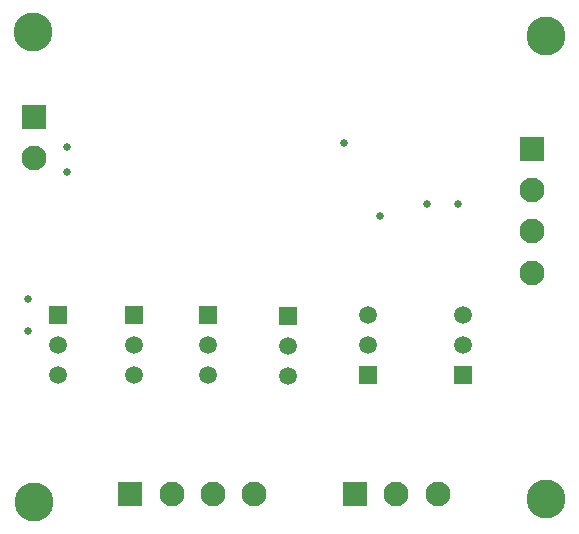
<source format=gbs>
G04 Layer_Color=16711935*
%FSLAX44Y44*%
%MOMM*%
G71*
G01*
G75*
%ADD21C,3.3000*%
%ADD22C,2.1000*%
%ADD23R,2.1000X2.1000*%
%ADD24R,2.1000X2.1000*%
%ADD25R,1.5000X1.5000*%
%ADD26C,1.5000*%
%ADD27C,0.6604*%
G54D21*
X245916Y1113746D02*
D03*
X679916Y1110246D02*
D03*
X246666Y715996D02*
D03*
X679916Y717996D02*
D03*
G54D22*
X668250Y910000D02*
D03*
Y945000D02*
D03*
Y980000D02*
D03*
X246500Y1007000D02*
D03*
X433000Y722750D02*
D03*
X398000D02*
D03*
X363000D02*
D03*
X553252Y723002D02*
D03*
X588252D02*
D03*
G54D23*
X668250Y1015000D02*
D03*
X246500Y1042000D02*
D03*
G54D24*
X328000Y722750D02*
D03*
X518252Y723002D02*
D03*
G54D25*
X609600Y822960D02*
D03*
X529590D02*
D03*
X461750Y873400D02*
D03*
X393700Y873760D02*
D03*
X331470D02*
D03*
X266700D02*
D03*
G54D26*
X609600Y848360D02*
D03*
Y873760D02*
D03*
X529590Y848360D02*
D03*
Y873760D02*
D03*
X461750Y848000D02*
D03*
Y822600D02*
D03*
X393700Y848360D02*
D03*
Y822960D02*
D03*
X331470Y848360D02*
D03*
Y822960D02*
D03*
X266700Y848360D02*
D03*
Y822960D02*
D03*
G54D27*
X509230Y1019770D02*
D03*
X241250Y887750D02*
D03*
Y860750D02*
D03*
X579000Y968000D02*
D03*
X605250D02*
D03*
X274250Y995000D02*
D03*
Y1016500D02*
D03*
X539750Y958250D02*
D03*
M02*

</source>
